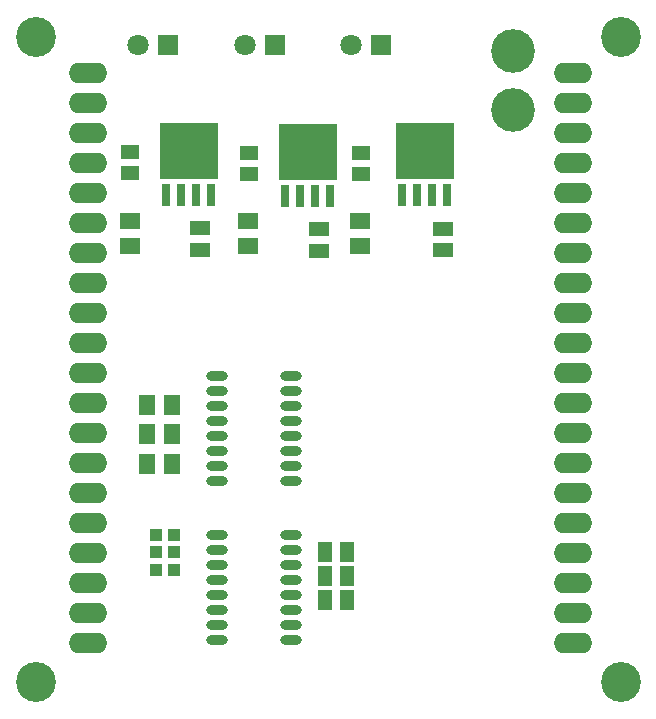
<source format=gts>
G04*
G04 #@! TF.GenerationSoftware,Altium Limited,Altium Designer,22.11.1 (43)*
G04*
G04 Layer_Color=8388736*
%FSLAX44Y44*%
%MOMM*%
G71*
G04*
G04 #@! TF.SameCoordinates,574B8DB7-C372-42A1-B7B8-984535C04094*
G04*
G04*
G04 #@! TF.FilePolarity,Negative*
G04*
G01*
G75*
%ADD22O,1.8532X0.8032*%
%ADD23R,1.5532X1.2032*%
%ADD24R,1.7032X1.4532*%
%ADD25R,1.6532X1.2532*%
%ADD26R,1.2532X1.6532*%
%ADD27R,1.1032X1.1032*%
%ADD28R,1.4532X1.7032*%
%ADD29R,0.8032X1.8232*%
%ADD30R,5.0032X4.7832*%
%ADD31R,1.8032X1.8032*%
%ADD32C,1.8032*%
%ADD33C,3.7032*%
%ADD34O,3.2512X1.7272*%
%ADD35C,3.3782*%
D22*
X241250Y195550D02*
D03*
Y208250D02*
D03*
Y220950D02*
D03*
Y233650D02*
D03*
Y246350D02*
D03*
Y259050D02*
D03*
Y271750D02*
D03*
Y284450D02*
D03*
X178750Y195550D02*
D03*
Y208250D02*
D03*
Y220950D02*
D03*
Y233650D02*
D03*
Y246350D02*
D03*
Y259050D02*
D03*
Y271750D02*
D03*
Y284450D02*
D03*
X241250Y60550D02*
D03*
Y73250D02*
D03*
Y85950D02*
D03*
Y98650D02*
D03*
Y111350D02*
D03*
Y124050D02*
D03*
Y136750D02*
D03*
Y149450D02*
D03*
X178750Y60550D02*
D03*
Y73250D02*
D03*
Y85950D02*
D03*
Y98650D02*
D03*
Y111350D02*
D03*
Y124050D02*
D03*
Y136750D02*
D03*
Y149450D02*
D03*
D23*
X300700Y473300D02*
D03*
Y455300D02*
D03*
X205700Y473300D02*
D03*
Y455300D02*
D03*
X105000Y474000D02*
D03*
Y456000D02*
D03*
D24*
X105000Y415500D02*
D03*
Y394500D02*
D03*
X205000Y415500D02*
D03*
Y394500D02*
D03*
X300000Y415500D02*
D03*
Y394500D02*
D03*
D25*
X165000Y410000D02*
D03*
Y391500D02*
D03*
X370000Y409250D02*
D03*
Y390750D02*
D03*
X265700Y408550D02*
D03*
Y390050D02*
D03*
D26*
X270750Y95000D02*
D03*
X289250D02*
D03*
X270750Y115000D02*
D03*
X289250D02*
D03*
X270750Y135000D02*
D03*
X289250D02*
D03*
D27*
X127500Y150000D02*
D03*
X142500D02*
D03*
X127500Y120000D02*
D03*
X142500D02*
D03*
X127500Y135000D02*
D03*
X142500D02*
D03*
D28*
X119500Y210000D02*
D03*
X140500D02*
D03*
X119500Y235000D02*
D03*
X140500D02*
D03*
X119500Y260000D02*
D03*
X140500D02*
D03*
D29*
X374050Y437900D02*
D03*
X361350D02*
D03*
X348650D02*
D03*
X335950D02*
D03*
X274750Y437200D02*
D03*
X262050D02*
D03*
X249350D02*
D03*
X236650D02*
D03*
X174050Y437900D02*
D03*
X161350D02*
D03*
X148650D02*
D03*
X135950D02*
D03*
D30*
X355000Y475000D02*
D03*
X255700Y474300D02*
D03*
X155000Y475000D02*
D03*
D31*
X137700Y565000D02*
D03*
X227700D02*
D03*
X317700D02*
D03*
D32*
X112300D02*
D03*
X202300D02*
D03*
X292300D02*
D03*
D33*
X430000Y510000D02*
D03*
Y560000D02*
D03*
D34*
X70000Y109499D02*
D03*
Y160299D02*
D03*
Y58699D02*
D03*
Y541299D02*
D03*
Y515899D02*
D03*
Y490499D02*
D03*
Y465099D02*
D03*
Y439699D02*
D03*
Y414299D02*
D03*
Y388899D02*
D03*
Y363499D02*
D03*
Y338099D02*
D03*
Y312699D02*
D03*
Y287299D02*
D03*
Y261899D02*
D03*
Y236499D02*
D03*
Y211099D02*
D03*
Y185699D02*
D03*
Y134899D02*
D03*
Y84099D02*
D03*
X479999Y58699D02*
D03*
Y84099D02*
D03*
Y439699D02*
D03*
Y465099D02*
D03*
Y490499D02*
D03*
Y515899D02*
D03*
Y541299D02*
D03*
Y363499D02*
D03*
Y388899D02*
D03*
Y211099D02*
D03*
Y261899D02*
D03*
Y312699D02*
D03*
Y414299D02*
D03*
Y160299D02*
D03*
Y185699D02*
D03*
Y236499D02*
D03*
Y287299D02*
D03*
Y338099D02*
D03*
Y134899D02*
D03*
Y109499D02*
D03*
D35*
X25400Y25400D02*
D03*
X520700D02*
D03*
Y571500D02*
D03*
X25400D02*
D03*
M02*

</source>
